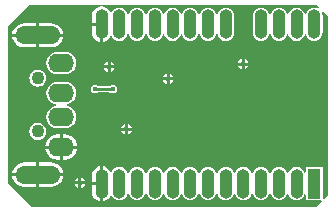
<source format=gbl>
G04*
G04 #@! TF.GenerationSoftware,Altium Limited,Altium Designer,18.1.9 (240)*
G04*
G04 Layer_Physical_Order=2*
G04 Layer_Color=16711680*
%FSLAX25Y25*%
%MOIN*%
G70*
G01*
G75*
%ADD15C,0.01000*%
%ADD45C,0.04331*%
%ADD46O,0.15000X0.06000*%
%ADD47O,0.08661X0.06299*%
%ADD48C,0.01600*%
%ADD49O,0.04331X0.09843*%
%ADD50R,0.04331X0.09843*%
G36*
X205192Y228222D02*
X204909Y227798D01*
X204422Y228000D01*
X203700Y228095D01*
X202978Y228000D01*
X202305Y227721D01*
X201728Y227278D01*
X201285Y226700D01*
X201006Y226027D01*
X200999Y225979D01*
X200495D01*
X200489Y226027D01*
X200210Y226700D01*
X199767Y227278D01*
X199189Y227721D01*
X198516Y228000D01*
X197794Y228095D01*
X197073Y228000D01*
X196400Y227721D01*
X195822Y227278D01*
X195379Y226700D01*
X195100Y226027D01*
X195094Y225979D01*
X194590D01*
X194583Y226027D01*
X194305Y226700D01*
X193861Y227278D01*
X193284Y227721D01*
X192611Y228000D01*
X191889Y228095D01*
X191167Y228000D01*
X190494Y227721D01*
X189917Y227278D01*
X189473Y226700D01*
X189195Y226027D01*
X189188Y225979D01*
X188684D01*
X188678Y226027D01*
X188399Y226700D01*
X187956Y227278D01*
X187378Y227721D01*
X186705Y228000D01*
X185984Y228095D01*
X185262Y228000D01*
X184589Y227721D01*
X184011Y227278D01*
X183568Y226700D01*
X183289Y226027D01*
X183194Y225306D01*
Y219794D01*
X183289Y219072D01*
X183568Y218399D01*
X184011Y217821D01*
X184589Y217378D01*
X185262Y217099D01*
X185984Y217004D01*
X186705Y217099D01*
X187378Y217378D01*
X187956Y217821D01*
X188399Y218399D01*
X188678Y219072D01*
X188684Y219121D01*
X189188D01*
X189195Y219072D01*
X189473Y218399D01*
X189917Y217821D01*
X190494Y217378D01*
X191167Y217099D01*
X191889Y217004D01*
X192611Y217099D01*
X193284Y217378D01*
X193861Y217821D01*
X194305Y218399D01*
X194583Y219072D01*
X194590Y219121D01*
X195094D01*
X195100Y219072D01*
X195379Y218399D01*
X195822Y217821D01*
X196400Y217378D01*
X197073Y217099D01*
X197794Y217004D01*
X198516Y217099D01*
X199189Y217378D01*
X199767Y217821D01*
X200210Y218399D01*
X200489Y219072D01*
X200495Y219121D01*
X200999D01*
X201006Y219072D01*
X201285Y218399D01*
X201728Y217821D01*
X202305Y217378D01*
X202978Y217099D01*
X203700Y217004D01*
X204422Y217099D01*
X205095Y217378D01*
X205672Y217821D01*
X206116Y218399D01*
X206394Y219072D01*
X206489Y219794D01*
Y225306D01*
X206394Y226027D01*
X206192Y226514D01*
X206616Y226798D01*
X208379Y225035D01*
Y208100D01*
Y165565D01*
X206965Y164152D01*
X206465Y164359D01*
Y174921D01*
X200935D01*
Y173108D01*
X200435Y173008D01*
X200210Y173550D01*
X199767Y174128D01*
X199189Y174571D01*
X198516Y174850D01*
X197794Y174945D01*
X197073Y174850D01*
X196400Y174571D01*
X195822Y174128D01*
X195379Y173550D01*
X195100Y172878D01*
X195094Y172829D01*
X194590D01*
X194583Y172878D01*
X194305Y173550D01*
X193861Y174128D01*
X193284Y174571D01*
X192611Y174850D01*
X191889Y174945D01*
X191167Y174850D01*
X190494Y174571D01*
X189917Y174128D01*
X189473Y173550D01*
X189195Y172878D01*
X189188Y172829D01*
X188684D01*
X188678Y172878D01*
X188399Y173550D01*
X187956Y174128D01*
X187378Y174571D01*
X186705Y174850D01*
X185984Y174945D01*
X185262Y174850D01*
X184589Y174571D01*
X184011Y174128D01*
X183568Y173550D01*
X183289Y172878D01*
X183283Y172829D01*
X182779D01*
X182772Y172878D01*
X182493Y173550D01*
X182050Y174128D01*
X181473Y174571D01*
X180800Y174850D01*
X180078Y174945D01*
X179356Y174850D01*
X178683Y174571D01*
X178106Y174128D01*
X177662Y173550D01*
X177384Y172878D01*
X177377Y172829D01*
X176873D01*
X176867Y172878D01*
X176588Y173550D01*
X176145Y174128D01*
X175567Y174571D01*
X174894Y174850D01*
X174172Y174945D01*
X173451Y174850D01*
X172778Y174571D01*
X172200Y174128D01*
X171757Y173550D01*
X171478Y172878D01*
X171472Y172829D01*
X170967D01*
X170961Y172878D01*
X170683Y173550D01*
X170239Y174128D01*
X169661Y174571D01*
X168989Y174850D01*
X168267Y174945D01*
X167545Y174850D01*
X166872Y174571D01*
X166295Y174128D01*
X165851Y173550D01*
X165573Y172878D01*
X165566Y172829D01*
X165062D01*
X165056Y172878D01*
X164777Y173550D01*
X164334Y174128D01*
X163756Y174571D01*
X163083Y174850D01*
X162361Y174945D01*
X161639Y174850D01*
X160967Y174571D01*
X160389Y174128D01*
X159946Y173550D01*
X159667Y172878D01*
X159661Y172829D01*
X159157D01*
X159150Y172878D01*
X158871Y173550D01*
X158428Y174128D01*
X157851Y174571D01*
X157178Y174850D01*
X156456Y174945D01*
X155734Y174850D01*
X155061Y174571D01*
X154484Y174128D01*
X154040Y173550D01*
X153762Y172878D01*
X153755Y172829D01*
X153251D01*
X153245Y172878D01*
X152966Y173550D01*
X152523Y174128D01*
X151945Y174571D01*
X151272Y174850D01*
X150550Y174945D01*
X149829Y174850D01*
X149156Y174571D01*
X148578Y174128D01*
X148135Y173550D01*
X147856Y172878D01*
X147850Y172829D01*
X147345D01*
X147339Y172878D01*
X147060Y173550D01*
X146617Y174128D01*
X146039Y174571D01*
X145367Y174850D01*
X144645Y174945D01*
X143923Y174850D01*
X143250Y174571D01*
X142673Y174128D01*
X142229Y173550D01*
X141951Y172878D01*
X141944Y172829D01*
X141440D01*
X141434Y172878D01*
X141155Y173550D01*
X140712Y174128D01*
X140134Y174571D01*
X139461Y174850D01*
X138739Y174945D01*
X138017Y174850D01*
X137345Y174571D01*
X136767Y174128D01*
X136324Y173550D01*
X136274Y173429D01*
X135732D01*
X135599Y173752D01*
X135091Y174414D01*
X134430Y174921D01*
X133660Y175240D01*
X133334Y175283D01*
Y169400D01*
Y163517D01*
X133660Y163560D01*
X134430Y163879D01*
X135091Y164386D01*
X135599Y165048D01*
X135732Y165371D01*
X136274D01*
X136324Y165250D01*
X136767Y164672D01*
X137345Y164229D01*
X138017Y163950D01*
X138739Y163855D01*
X139461Y163950D01*
X140134Y164229D01*
X140712Y164672D01*
X141155Y165250D01*
X141434Y165922D01*
X141440Y165971D01*
X141944D01*
X141951Y165922D01*
X142229Y165250D01*
X142673Y164672D01*
X143250Y164229D01*
X143923Y163950D01*
X144645Y163855D01*
X145367Y163950D01*
X146039Y164229D01*
X146617Y164672D01*
X147060Y165250D01*
X147339Y165922D01*
X147345Y165971D01*
X147850D01*
X147856Y165922D01*
X148135Y165250D01*
X148578Y164672D01*
X149156Y164229D01*
X149829Y163950D01*
X150550Y163855D01*
X151272Y163950D01*
X151945Y164229D01*
X152523Y164672D01*
X152966Y165250D01*
X153245Y165922D01*
X153251Y165971D01*
X153755D01*
X153762Y165922D01*
X154040Y165250D01*
X154484Y164672D01*
X155061Y164229D01*
X155734Y163950D01*
X156456Y163855D01*
X157178Y163950D01*
X157851Y164229D01*
X158428Y164672D01*
X158871Y165250D01*
X159150Y165922D01*
X159157Y165971D01*
X159661D01*
X159667Y165922D01*
X159946Y165250D01*
X160389Y164672D01*
X160967Y164229D01*
X161639Y163950D01*
X162361Y163855D01*
X163083Y163950D01*
X163756Y164229D01*
X164334Y164672D01*
X164777Y165250D01*
X165056Y165922D01*
X165062Y165971D01*
X165566D01*
X165573Y165922D01*
X165851Y165250D01*
X166295Y164672D01*
X166872Y164229D01*
X167545Y163950D01*
X168267Y163855D01*
X168989Y163950D01*
X169661Y164229D01*
X170239Y164672D01*
X170683Y165250D01*
X170961Y165922D01*
X170967Y165971D01*
X171472D01*
X171478Y165922D01*
X171757Y165250D01*
X172200Y164672D01*
X172778Y164229D01*
X173451Y163950D01*
X174172Y163855D01*
X174894Y163950D01*
X175567Y164229D01*
X176145Y164672D01*
X176588Y165250D01*
X176867Y165922D01*
X176873Y165971D01*
X177377D01*
X177384Y165922D01*
X177662Y165250D01*
X178106Y164672D01*
X178683Y164229D01*
X179356Y163950D01*
X180078Y163855D01*
X180800Y163950D01*
X181473Y164229D01*
X182050Y164672D01*
X182493Y165250D01*
X182772Y165922D01*
X182779Y165971D01*
X183283D01*
X183289Y165922D01*
X183568Y165250D01*
X184011Y164672D01*
X184589Y164229D01*
X185262Y163950D01*
X185984Y163855D01*
X186705Y163950D01*
X187378Y164229D01*
X187956Y164672D01*
X188399Y165250D01*
X188678Y165922D01*
X188684Y165971D01*
X189188D01*
X189195Y165922D01*
X189473Y165250D01*
X189917Y164672D01*
X190494Y164229D01*
X191167Y163950D01*
X191889Y163855D01*
X192611Y163950D01*
X193284Y164229D01*
X193861Y164672D01*
X194305Y165250D01*
X194583Y165922D01*
X194590Y165971D01*
X195094D01*
X195100Y165922D01*
X195379Y165250D01*
X195822Y164672D01*
X196400Y164229D01*
X197073Y163950D01*
X197794Y163855D01*
X198516Y163950D01*
X199189Y164229D01*
X199767Y164672D01*
X200210Y165250D01*
X200435Y165792D01*
X200935Y165692D01*
Y163879D01*
X205985D01*
X206193Y163379D01*
X204435Y161622D01*
X109465D01*
X101622Y169465D01*
Y222035D01*
X108565Y228978D01*
X132651D01*
X132684Y228479D01*
X132504Y228455D01*
X132008Y228389D01*
X131237Y228070D01*
X130576Y227563D01*
X130069Y226902D01*
X129750Y226132D01*
X129641Y225306D01*
Y223050D01*
X132834D01*
Y222550D01*
X133334D01*
Y216667D01*
X133660Y216710D01*
X134430Y217029D01*
X135091Y217536D01*
X135599Y218197D01*
X135732Y218520D01*
X136274D01*
X136324Y218399D01*
X136767Y217821D01*
X137345Y217378D01*
X138017Y217099D01*
X138739Y217004D01*
X139461Y217099D01*
X140134Y217378D01*
X140712Y217821D01*
X141155Y218399D01*
X141434Y219072D01*
X141440Y219121D01*
X141944D01*
X141951Y219072D01*
X142229Y218399D01*
X142673Y217821D01*
X143250Y217378D01*
X143923Y217099D01*
X144645Y217004D01*
X145367Y217099D01*
X146039Y217378D01*
X146617Y217821D01*
X147060Y218399D01*
X147339Y219072D01*
X147345Y219121D01*
X147850D01*
X147856Y219072D01*
X148135Y218399D01*
X148578Y217821D01*
X149156Y217378D01*
X149829Y217099D01*
X150550Y217004D01*
X151272Y217099D01*
X151945Y217378D01*
X152523Y217821D01*
X152966Y218399D01*
X153245Y219072D01*
X153251Y219121D01*
X153755D01*
X153762Y219072D01*
X154040Y218399D01*
X154484Y217821D01*
X155061Y217378D01*
X155734Y217099D01*
X156456Y217004D01*
X157178Y217099D01*
X157851Y217378D01*
X158428Y217821D01*
X158871Y218399D01*
X159150Y219072D01*
X159157Y219121D01*
X159661D01*
X159667Y219072D01*
X159946Y218399D01*
X160389Y217821D01*
X160967Y217378D01*
X161639Y217099D01*
X162361Y217004D01*
X163083Y217099D01*
X163756Y217378D01*
X164334Y217821D01*
X164777Y218399D01*
X165056Y219072D01*
X165062Y219121D01*
X165566D01*
X165573Y219072D01*
X165851Y218399D01*
X166295Y217821D01*
X166872Y217378D01*
X167545Y217099D01*
X168267Y217004D01*
X168989Y217099D01*
X169661Y217378D01*
X170239Y217821D01*
X170683Y218399D01*
X170961Y219072D01*
X170967Y219121D01*
X171472D01*
X171478Y219072D01*
X171757Y218399D01*
X172200Y217821D01*
X172778Y217378D01*
X173451Y217099D01*
X174172Y217004D01*
X174894Y217099D01*
X175567Y217378D01*
X176145Y217821D01*
X176588Y218399D01*
X176867Y219072D01*
X176962Y219794D01*
Y225306D01*
X176867Y226027D01*
X176588Y226700D01*
X176145Y227278D01*
X175567Y227721D01*
X174894Y228000D01*
X174172Y228095D01*
X173451Y228000D01*
X172778Y227721D01*
X172200Y227278D01*
X171757Y226700D01*
X171478Y226027D01*
X171472Y225979D01*
X170967D01*
X170961Y226027D01*
X170683Y226700D01*
X170239Y227278D01*
X169661Y227721D01*
X168989Y228000D01*
X168267Y228095D01*
X167545Y228000D01*
X166872Y227721D01*
X166295Y227278D01*
X165851Y226700D01*
X165573Y226027D01*
X165566Y225979D01*
X165062D01*
X165056Y226027D01*
X164777Y226700D01*
X164334Y227278D01*
X163756Y227721D01*
X163083Y228000D01*
X162361Y228095D01*
X161639Y228000D01*
X160967Y227721D01*
X160389Y227278D01*
X159946Y226700D01*
X159667Y226027D01*
X159661Y225979D01*
X159157D01*
X159150Y226027D01*
X158871Y226700D01*
X158428Y227278D01*
X157851Y227721D01*
X157178Y228000D01*
X156456Y228095D01*
X155734Y228000D01*
X155061Y227721D01*
X154484Y227278D01*
X154040Y226700D01*
X153762Y226027D01*
X153755Y225979D01*
X153251D01*
X153245Y226027D01*
X152966Y226700D01*
X152523Y227278D01*
X151945Y227721D01*
X151272Y228000D01*
X150550Y228095D01*
X149829Y228000D01*
X149156Y227721D01*
X148578Y227278D01*
X148135Y226700D01*
X147856Y226027D01*
X147850Y225979D01*
X147345D01*
X147339Y226027D01*
X147060Y226700D01*
X146617Y227278D01*
X146039Y227721D01*
X145367Y228000D01*
X144645Y228095D01*
X143923Y228000D01*
X143250Y227721D01*
X142673Y227278D01*
X142229Y226700D01*
X141951Y226027D01*
X141944Y225979D01*
X141440D01*
X141434Y226027D01*
X141155Y226700D01*
X140712Y227278D01*
X140134Y227721D01*
X139461Y228000D01*
X138739Y228095D01*
X138017Y228000D01*
X137345Y227721D01*
X136767Y227278D01*
X136324Y226700D01*
X136274Y226579D01*
X135732D01*
X135599Y226902D01*
X135091Y227563D01*
X134430Y228070D01*
X133660Y228389D01*
X133164Y228455D01*
X132984Y228479D01*
X133017Y228978D01*
X204435D01*
X205192Y228222D01*
D02*
G37*
%LPC*%
G36*
X116000Y222905D02*
X112000D01*
Y219370D01*
X119969D01*
X119897Y219914D01*
X119494Y220887D01*
X118853Y221723D01*
X118017Y222364D01*
X117044Y222767D01*
X116000Y222905D01*
D02*
G37*
G36*
X111000D02*
X107000D01*
X105956Y222767D01*
X104983Y222364D01*
X104147Y221723D01*
X103506Y220887D01*
X103103Y219914D01*
X103031Y219370D01*
X111000D01*
Y222905D01*
D02*
G37*
G36*
X132334Y222050D02*
X129641D01*
Y219794D01*
X129750Y218967D01*
X130069Y218197D01*
X130576Y217536D01*
X131237Y217029D01*
X132008Y216710D01*
X132334Y216667D01*
Y222050D01*
D02*
G37*
G36*
X119969Y218370D02*
X112000D01*
Y214836D01*
X116000D01*
X117044Y214973D01*
X118017Y215376D01*
X118853Y216017D01*
X119494Y216853D01*
X119897Y217826D01*
X119969Y218370D01*
D02*
G37*
G36*
X111000D02*
X103031D01*
X103103Y217826D01*
X103506Y216853D01*
X104147Y216017D01*
X104983Y215376D01*
X105956Y214973D01*
X107000Y214836D01*
X111000D01*
Y218370D01*
D02*
G37*
G36*
X180526Y210977D02*
Y209741D01*
X181762D01*
X181721Y209944D01*
X181324Y210539D01*
X180728Y210937D01*
X180526Y210977D01*
D02*
G37*
G36*
X179526D02*
X179324Y210937D01*
X178728Y210539D01*
X178330Y209944D01*
X178290Y209741D01*
X179526D01*
Y210977D01*
D02*
G37*
G36*
X135800Y210036D02*
Y208800D01*
X137036D01*
X136996Y209002D01*
X136598Y209598D01*
X136002Y209996D01*
X135800Y210036D01*
D02*
G37*
G36*
X134800D02*
X134598Y209996D01*
X134002Y209598D01*
X133604Y209002D01*
X133564Y208800D01*
X134800D01*
Y210036D01*
D02*
G37*
G36*
X181762Y208741D02*
X180526D01*
Y207505D01*
X180728Y207546D01*
X181324Y207944D01*
X181721Y208539D01*
X181762Y208741D01*
D02*
G37*
G36*
X179526D02*
X178290D01*
X178330Y208539D01*
X178728Y207944D01*
X179324Y207546D01*
X179526Y207505D01*
Y208741D01*
D02*
G37*
G36*
X137036Y207800D02*
X135800D01*
Y206564D01*
X136002Y206604D01*
X136598Y207002D01*
X136996Y207598D01*
X137036Y207800D01*
D02*
G37*
G36*
X134800D02*
X133564D01*
X133604Y207598D01*
X134002Y207002D01*
X134598Y206604D01*
X134800Y206564D01*
Y207800D01*
D02*
G37*
G36*
X120555Y213372D02*
X118193D01*
X117214Y213243D01*
X116302Y212865D01*
X115519Y212264D01*
X114918Y211481D01*
X114540Y210569D01*
X114411Y209590D01*
X114540Y208611D01*
X114918Y207699D01*
X115519Y206915D01*
X116302Y206314D01*
X117214Y205937D01*
X118193Y205808D01*
X120555D01*
X121534Y205937D01*
X122446Y206314D01*
X123229Y206915D01*
X123830Y207699D01*
X124208Y208611D01*
X124337Y209590D01*
X124208Y210569D01*
X123830Y211481D01*
X123229Y212264D01*
X122446Y212865D01*
X121534Y213243D01*
X120555Y213372D01*
D02*
G37*
G36*
X155500Y206136D02*
Y204900D01*
X156736D01*
X156696Y205102D01*
X156298Y205698D01*
X155702Y206096D01*
X155500Y206136D01*
D02*
G37*
G36*
X154500D02*
X154298Y206096D01*
X153702Y205698D01*
X153304Y205102D01*
X153264Y204900D01*
X154500D01*
Y206136D01*
D02*
G37*
G36*
X156736Y203900D02*
X155500D01*
Y202664D01*
X155702Y202704D01*
X156298Y203102D01*
X156696Y203698D01*
X156736Y203900D01*
D02*
G37*
G36*
X154500D02*
X153264D01*
X153304Y203698D01*
X153702Y203102D01*
X154298Y202704D01*
X154500Y202664D01*
Y203900D01*
D02*
G37*
G36*
X136600Y202327D02*
X136054Y202219D01*
X135826Y202067D01*
X135563Y202050D01*
X135491Y202049D01*
X135425Y202022D01*
X131782D01*
X131719Y202049D01*
X131490Y202054D01*
X131403Y202061D01*
X131391Y202063D01*
X131385Y202064D01*
X131383Y202064D01*
X131376Y202065D01*
X131146Y202219D01*
X130600Y202327D01*
X130054Y202219D01*
X129591Y201909D01*
X129281Y201446D01*
X129173Y200900D01*
X129281Y200354D01*
X129591Y199891D01*
X130054Y199581D01*
X130600Y199473D01*
X131146Y199581D01*
X131374Y199733D01*
X131637Y199750D01*
X131709Y199751D01*
X131775Y199778D01*
X135418D01*
X135481Y199751D01*
X135711Y199746D01*
X135798Y199739D01*
X135809Y199737D01*
X135815Y199736D01*
X135817Y199736D01*
X135824Y199735D01*
X136054Y199581D01*
X136600Y199473D01*
X137146Y199581D01*
X137609Y199891D01*
X137919Y200354D01*
X138027Y200900D01*
X137919Y201446D01*
X137609Y201909D01*
X137146Y202219D01*
X136600Y202327D01*
D02*
G37*
G36*
X111500Y207289D02*
X110778Y207194D01*
X110105Y206915D01*
X109528Y206472D01*
X109084Y205895D01*
X108806Y205222D01*
X108711Y204500D01*
X108806Y203778D01*
X109084Y203105D01*
X109528Y202528D01*
X110105Y202084D01*
X110778Y201806D01*
X111500Y201711D01*
X112222Y201806D01*
X112895Y202084D01*
X113472Y202528D01*
X113916Y203105D01*
X114194Y203778D01*
X114289Y204500D01*
X114194Y205222D01*
X113916Y205895D01*
X113472Y206472D01*
X112895Y206915D01*
X112222Y207194D01*
X111500Y207289D01*
D02*
G37*
G36*
X141600Y189336D02*
Y188100D01*
X142836D01*
X142796Y188302D01*
X142398Y188898D01*
X141802Y189296D01*
X141600Y189336D01*
D02*
G37*
G36*
X140600D02*
X140398Y189296D01*
X139802Y188898D01*
X139404Y188302D01*
X139364Y188100D01*
X140600D01*
Y189336D01*
D02*
G37*
G36*
X120555Y203309D02*
X118193D01*
X117214Y203180D01*
X116302Y202802D01*
X115519Y202201D01*
X114918Y201418D01*
X114540Y200506D01*
X114411Y199527D01*
X114540Y198548D01*
X114918Y197636D01*
X115519Y196853D01*
X116302Y196251D01*
X117214Y195874D01*
X117455Y195842D01*
Y195338D01*
X117214Y195306D01*
X116302Y194928D01*
X115519Y194327D01*
X114918Y193544D01*
X114540Y192632D01*
X114411Y191653D01*
X114540Y190674D01*
X114918Y189762D01*
X115519Y188979D01*
X116302Y188377D01*
X117214Y188000D01*
X118193Y187871D01*
X120555D01*
X121534Y188000D01*
X122446Y188377D01*
X123229Y188979D01*
X123830Y189762D01*
X124208Y190674D01*
X124337Y191653D01*
X124208Y192632D01*
X123830Y193544D01*
X123229Y194327D01*
X122446Y194928D01*
X121534Y195306D01*
X121293Y195338D01*
Y195842D01*
X121534Y195874D01*
X122446Y196251D01*
X123229Y196853D01*
X123830Y197636D01*
X124208Y198548D01*
X124337Y199527D01*
X124208Y200506D01*
X123830Y201418D01*
X123229Y202201D01*
X122446Y202802D01*
X121534Y203180D01*
X120555Y203309D01*
D02*
G37*
G36*
X142836Y187100D02*
X141600D01*
Y185864D01*
X141802Y185904D01*
X142398Y186302D01*
X142796Y186898D01*
X142836Y187100D01*
D02*
G37*
G36*
X140600D02*
X139364D01*
X139404Y186898D01*
X139802Y186302D01*
X140398Y185904D01*
X140600Y185864D01*
Y187100D01*
D02*
G37*
G36*
X111500Y189573D02*
X110778Y189478D01*
X110105Y189199D01*
X109528Y188756D01*
X109084Y188178D01*
X108806Y187505D01*
X108711Y186784D01*
X108806Y186062D01*
X109084Y185389D01*
X109528Y184811D01*
X110105Y184368D01*
X110778Y184089D01*
X111500Y183994D01*
X112222Y184089D01*
X112895Y184368D01*
X113472Y184811D01*
X113916Y185389D01*
X114194Y186062D01*
X114289Y186784D01*
X114194Y187505D01*
X113916Y188178D01*
X113472Y188756D01*
X112895Y189199D01*
X112222Y189478D01*
X111500Y189573D01*
D02*
G37*
G36*
X120555Y185775D02*
X119874D01*
Y182090D01*
X124675D01*
X124598Y182673D01*
X124180Y183683D01*
X123515Y184549D01*
X122648Y185214D01*
X121638Y185633D01*
X120555Y185775D01*
D02*
G37*
G36*
X118874D02*
X118193D01*
X117110Y185633D01*
X116100Y185214D01*
X115233Y184549D01*
X114568Y183683D01*
X114150Y182673D01*
X114073Y182090D01*
X118874D01*
Y185775D01*
D02*
G37*
G36*
X124675Y181090D02*
X119874D01*
Y177404D01*
X120555D01*
X121638Y177547D01*
X122648Y177965D01*
X123515Y178630D01*
X124180Y179497D01*
X124598Y180507D01*
X124675Y181090D01*
D02*
G37*
G36*
X118874D02*
X114073D01*
X114150Y180507D01*
X114568Y179497D01*
X115233Y178630D01*
X116100Y177965D01*
X117110Y177547D01*
X118193Y177404D01*
X118874D01*
Y181090D01*
D02*
G37*
G36*
X116000Y176448D02*
X112000D01*
Y172913D01*
X119969D01*
X119897Y173458D01*
X119494Y174431D01*
X118853Y175266D01*
X118017Y175907D01*
X117044Y176310D01*
X116000Y176448D01*
D02*
G37*
G36*
X111000D02*
X107000D01*
X105956Y176310D01*
X104983Y175907D01*
X104147Y175266D01*
X103506Y174431D01*
X103103Y173458D01*
X103031Y172913D01*
X111000D01*
Y176448D01*
D02*
G37*
G36*
X126100Y171436D02*
Y170200D01*
X127336D01*
X127296Y170402D01*
X126898Y170998D01*
X126302Y171396D01*
X126100Y171436D01*
D02*
G37*
G36*
X125100D02*
X124898Y171396D01*
X124302Y170998D01*
X123904Y170402D01*
X123864Y170200D01*
X125100D01*
Y171436D01*
D02*
G37*
G36*
X132334Y175283D02*
X132008Y175240D01*
X131237Y174921D01*
X130576Y174414D01*
X130069Y173752D01*
X129750Y172982D01*
X129641Y172156D01*
Y169900D01*
X132334D01*
Y175283D01*
D02*
G37*
G36*
X119969Y171913D02*
X112000D01*
Y168379D01*
X116000D01*
X117044Y168516D01*
X118017Y168919D01*
X118853Y169561D01*
X119494Y170396D01*
X119897Y171369D01*
X119969Y171913D01*
D02*
G37*
G36*
X111000D02*
X103031D01*
X103103Y171369D01*
X103506Y170396D01*
X104147Y169561D01*
X104983Y168919D01*
X105956Y168516D01*
X107000Y168379D01*
X111000D01*
Y171913D01*
D02*
G37*
G36*
X127336Y169200D02*
X126100D01*
Y167964D01*
X126302Y168004D01*
X126898Y168402D01*
X127296Y168998D01*
X127336Y169200D01*
D02*
G37*
G36*
X125100D02*
X123864D01*
X123904Y168998D01*
X124302Y168402D01*
X124898Y168004D01*
X125100Y167964D01*
Y169200D01*
D02*
G37*
G36*
X132334Y168900D02*
X129641D01*
Y166644D01*
X129750Y165818D01*
X130069Y165048D01*
X130576Y164386D01*
X131237Y163879D01*
X132008Y163560D01*
X132334Y163517D01*
Y168900D01*
D02*
G37*
%LPD*%
G36*
X136029Y200340D02*
X136013Y200351D01*
X135988Y200362D01*
X135956Y200371D01*
X135915Y200378D01*
X135866Y200385D01*
X135743Y200395D01*
X135495Y200400D01*
Y201400D01*
X135586Y201401D01*
X135915Y201422D01*
X135956Y201429D01*
X135988Y201438D01*
X136013Y201449D01*
X136029Y201460D01*
Y200340D01*
D02*
G37*
G36*
X131187Y201449D02*
X131211Y201438D01*
X131244Y201429D01*
X131285Y201422D01*
X131334Y201415D01*
X131457Y201405D01*
X131704Y201400D01*
Y200400D01*
X131614Y200399D01*
X131285Y200378D01*
X131244Y200371D01*
X131211Y200362D01*
X131187Y200351D01*
X131171Y200340D01*
Y201460D01*
X131187Y201449D01*
D02*
G37*
D15*
X130600Y200900D02*
X136600D01*
X130500D02*
X130600D01*
D45*
X111500Y204500D02*
D03*
Y186784D02*
D03*
D46*
Y218870D02*
D03*
Y172413D02*
D03*
D47*
X119374Y209590D02*
D03*
Y199527D02*
D03*
Y191653D02*
D03*
Y181590D02*
D03*
D48*
X130600Y200900D02*
D03*
X136600D02*
D03*
X135300Y208300D02*
D03*
X155000Y204400D02*
D03*
X180026Y209241D02*
D03*
X141100Y187600D02*
D03*
X125600Y169700D02*
D03*
X132834Y222550D02*
D03*
X138739Y169400D02*
D03*
X197794D02*
D03*
X203700D02*
D03*
Y222550D02*
D03*
X191700Y222400D02*
D03*
X185984Y222550D02*
D03*
D49*
X132834Y169400D02*
D03*
X138739D02*
D03*
X144645D02*
D03*
X150550D02*
D03*
X156456D02*
D03*
X162361D02*
D03*
X168267D02*
D03*
X174172D02*
D03*
X180078D02*
D03*
X185984D02*
D03*
X191889D02*
D03*
X197794D02*
D03*
X203700Y222550D02*
D03*
X197794D02*
D03*
X191889D02*
D03*
X185984D02*
D03*
X174172D02*
D03*
X168267D02*
D03*
X162361D02*
D03*
X156456D02*
D03*
X150550D02*
D03*
X144645D02*
D03*
X138739D02*
D03*
X132834D02*
D03*
D50*
X203700Y169400D02*
D03*
M02*

</source>
